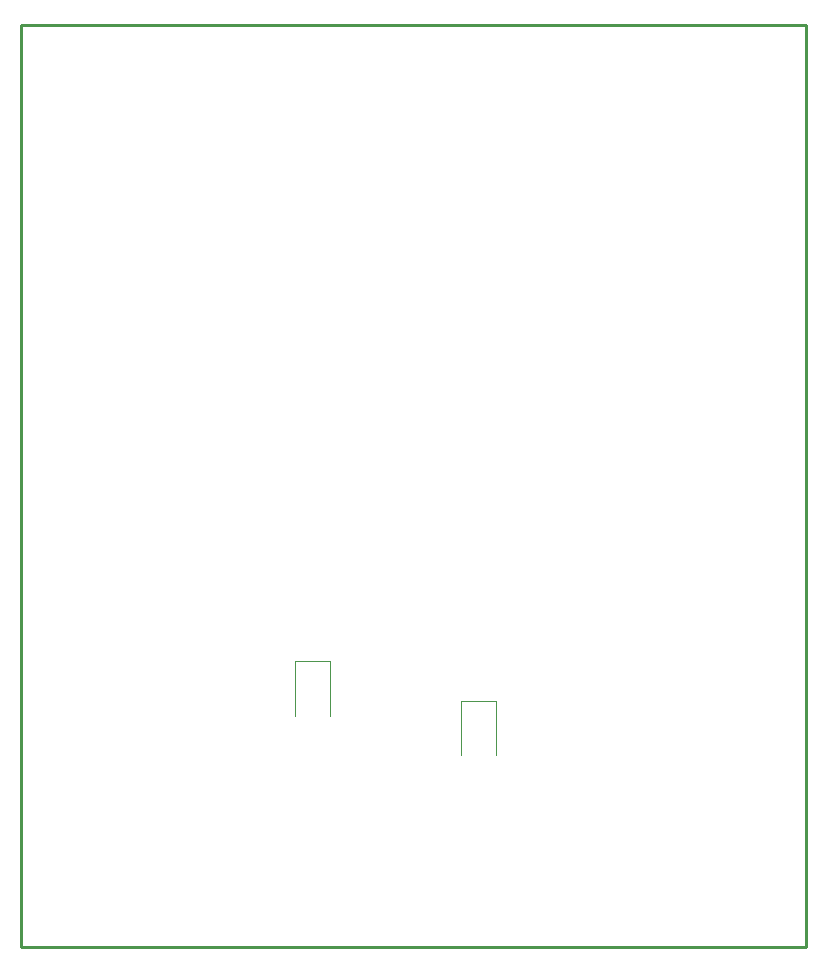
<source format=gm1>
G04*
G04 #@! TF.GenerationSoftware,Altium Limited,Altium Designer,21.5.1 (32)*
G04*
G04 Layer_Color=16711935*
%FSLAX44Y44*%
%MOMM*%
G71*
G04*
G04 #@! TF.SameCoordinates,B68859E6-8F99-4948-AC01-CAA0BB4B992E*
G04*
G04*
G04 #@! TF.FilePolarity,Positive*
G04*
G01*
G75*
%ADD12C,0.2540*%
%ADD86C,0.1000*%
D12*
X53340Y824992D02*
X717550D01*
X53340Y43942D02*
Y824992D01*
X717550Y43942D02*
Y824992D01*
X53340Y824484D02*
Y824992D01*
X53848D01*
X53340Y43942D02*
X717550D01*
X53340D02*
X53848D01*
D86*
X425792Y206910D02*
Y252910D01*
X454992Y206910D02*
Y252910D01*
X425792D02*
X454992D01*
X285434Y240144D02*
Y286144D01*
X314634Y240144D02*
Y286144D01*
X285434D02*
X314634D01*
M02*

</source>
